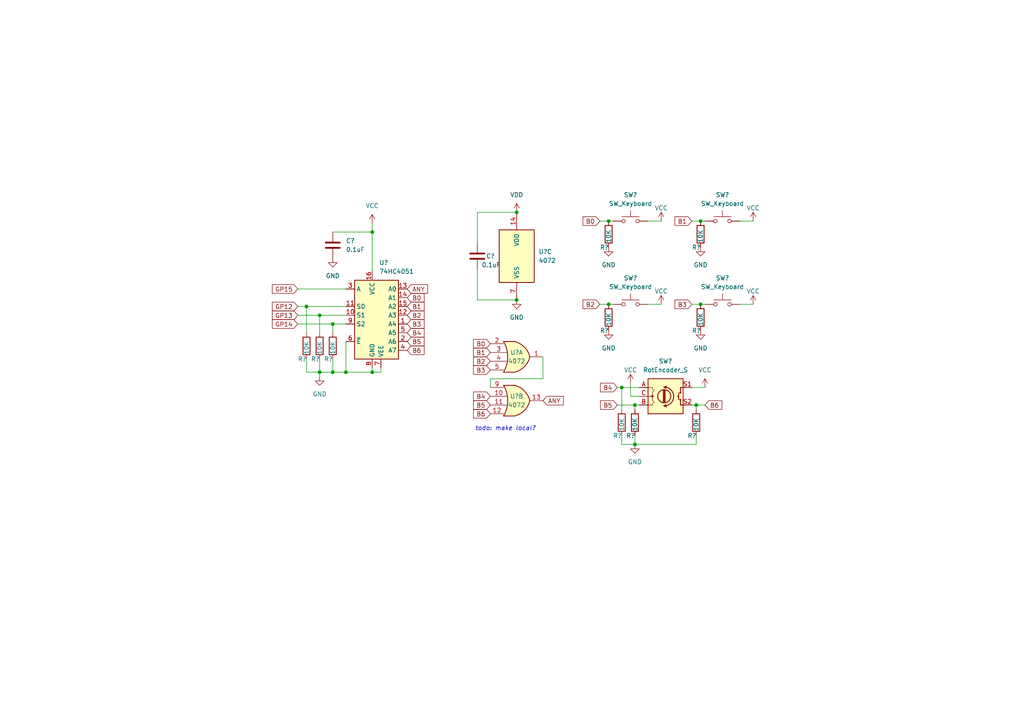
<source format=kicad_sch>
(kicad_sch (version 20211123) (generator eeschema)
  (paper "A4")
  (lib_symbols
    (symbol "4xxx:4072" (pin_names (offset 1.016))
      (property "Reference" "U" (at 0 1.27 0))
      (property "Value" "4072" (at 0 -1.27 0))
      (symbol "4072_1_1"
        (arc (start -3.81 -4.445) (mid -2.5908 0) (end -3.81 4.445) (stroke (width 0.254)))
        (arc (start -0.6096 -4.445) (mid 2.2246 -2.8422) (end 3.81 0) (stroke (width 0.254)) (fill (type background)))
        (polyline (pts (xy -3.81 -4.445) (xy -0.635 -4.445)) (stroke (width 0.254)) (fill (type background)))
        (polyline (pts (xy -3.81 4.445) (xy -0.635 4.445)) (stroke (width 0.254)) (fill (type background)))
        (polyline (pts (xy -0.635 4.445) (xy -3.81 4.445) (xy -3.81 4.445) (xy -3.6322 4.0894) (xy -3.0988 2.921) (xy -2.7686 1.6764) (xy -2.6162 0.4318) (xy -2.6416 -0.8636) (xy -2.8702 -2.1082) (xy -3.2512 -3.3274) (xy -3.81 -4.445) (xy -3.81 -4.445) (xy -0.635 -4.445)) (stroke (width -25.4)) (fill (type background)))
        (arc (start 3.81 0) (mid 2.2204 2.8379) (end -0.6096 4.445) (stroke (width 0.254)) (fill (type background)))
        (pin output line (at 7.62 0 180) (length 3.81) (name "~") (number "1"))
        (pin input line (at -7.62 3.81 0) (length 3.81) (name "~") (number "2"))
        (pin input line (at -7.62 1.27 0) (length 4.826) (name "~") (number "3"))
        (pin input line (at -7.62 -1.27 0) (length 4.826) (name "~") (number "4"))
        (pin input line (at -7.62 -3.81 0) (length 3.81) (name "~") (number "5"))
      )
      (symbol "4072_1_2"
        (arc (start -0.635 -4.445) (mid 3.81 0) (end -0.635 4.445) (stroke (width 0.254)) (fill (type background)))
        (polyline (pts (xy -0.635 4.445) (xy -3.81 4.445) (xy -3.81 -4.445) (xy -0.635 -4.445)) (stroke (width 0.254)) (fill (type background)))
        (pin output inverted (at 7.62 0 180) (length 3.81) (name "~") (number "1"))
        (pin input inverted (at -7.62 3.81 0) (length 3.81) (name "~") (number "2"))
        (pin input inverted (at -7.62 1.27 0) (length 3.81) (name "~") (number "3"))
        (pin input inverted (at -7.62 -1.27 0) (length 3.81) (name "~") (number "4"))
        (pin input inverted (at -7.62 -3.81 0) (length 3.81) (name "~") (number "5"))
      )
      (symbol "4072_2_1"
        (arc (start -3.81 -4.445) (mid -2.5908 0) (end -3.81 4.445) (stroke (width 0.254)))
        (arc (start -0.6096 -4.445) (mid 2.2246 -2.8422) (end 3.81 0) (stroke (width 0.254)) (fill (type background)))
        (polyline (pts (xy -3.81 -4.445) (xy -0.635 -4.445)) (stroke (width 0.254)) (fill (type background)))
        (polyline (pts (xy -3.81 4.445) (xy -0.635 4.445)) (stroke (width 0.254)) (fill (type background)))
        (polyline (pts (xy -0.635 4.445) (xy -3.81 4.445) (xy -3.81 4.445) (xy -3.6322 4.0894) (xy -3.0988 2.921) (xy -2.7686 1.6764) (xy -2.6162 0.4318) (xy -2.6416 -0.8636) (xy -2.8702 -2.1082) (xy -3.2512 -3.3274) (xy -3.81 -4.445) (xy -3.81 -4.445) (xy -0.635 -4.445)) (stroke (width -25.4)) (fill (type background)))
        (arc (start 3.81 0) (mid 2.2204 2.8379) (end -0.6096 4.445) (stroke (width 0.254)) (fill (type background)))
        (pin input line (at -7.62 1.27 0) (length 4.826) (name "~") (number "10"))
        (pin input line (at -7.62 -1.27 0) (length 4.826) (name "~") (number "11"))
        (pin input line (at -7.62 -3.81 0) (length 3.81) (name "~") (number "12"))
        (pin output line (at 7.62 0 180) (length 3.81) (name "~") (number "13"))
        (pin input line (at -7.62 3.81 0) (length 3.81) (name "~") (number "9"))
      )
      (symbol "4072_2_2"
        (arc (start -0.635 -4.445) (mid 3.81 0) (end -0.635 4.445) (stroke (width 0.254)) (fill (type background)))
        (polyline (pts (xy -0.635 4.445) (xy -3.81 4.445) (xy -3.81 -4.445) (xy -0.635 -4.445)) (stroke (width 0.254)) (fill (type background)))
        (pin input inverted (at -7.62 1.27 0) (length 3.81) (name "~") (number "10"))
        (pin input inverted (at -7.62 -1.27 0) (length 3.81) (name "~") (number "11"))
        (pin input inverted (at -7.62 -3.81 0) (length 3.81) (name "~") (number "12"))
        (pin output inverted (at 7.62 0 180) (length 3.81) (name "~") (number "13"))
        (pin input inverted (at -7.62 3.81 0) (length 3.81) (name "~") (number "9"))
      )
      (symbol "4072_3_0"
        (pin power_in line (at 0 12.7 270) (length 5.08) (name "VDD") (number "14"))
        (pin power_in line (at 0 -12.7 90) (length 5.08) (name "VSS") (number "7"))
      )
      (symbol "4072_3_1"
        (rectangle (start -5.08 7.62) (end 5.08 -7.62) (stroke (width 0.254)) (fill (type background)))
      )
    )
    (symbol "74xx:74HC4051"
      (property "Reference" "U" (at -5.08 11.43 0))
      (property "Value" "74HC4051" (at -7.62 -13.97 0))
      (symbol "74HC4051_0_1"
        (rectangle (start -5.08 10.16) (end 7.62 -12.7) (stroke (width 0.254)) (fill (type background)))
      )
      (symbol "74HC4051_1_1"
        (pin passive line (at 10.16 -2.54 180) (length 2.54) (name "A4") (number "1"))
        (pin input line (at -7.62 0 0) (length 2.54) (name "S1") (number "10"))
        (pin input line (at -7.62 2.54 0) (length 2.54) (name "S0") (number "11"))
        (pin passive line (at 10.16 0 180) (length 2.54) (name "A3") (number "12"))
        (pin passive line (at 10.16 7.62 180) (length 2.54) (name "A0") (number "13"))
        (pin passive line (at 10.16 5.08 180) (length 2.54) (name "A1") (number "14"))
        (pin passive line (at 10.16 2.54 180) (length 2.54) (name "A2") (number "15"))
        (pin power_in line (at 0 12.7 270) (length 2.54) (name "VCC") (number "16"))
        (pin passive line (at 10.16 -7.62 180) (length 2.54) (name "A6") (number "2"))
        (pin passive line (at -7.62 7.62 0) (length 2.54) (name "A") (number "3"))
        (pin passive line (at 10.16 -10.16 180) (length 2.54) (name "A7") (number "4"))
        (pin passive line (at 10.16 -5.08 180) (length 2.54) (name "A5") (number "5"))
        (pin input line (at -7.62 -7.62 0) (length 2.54) (name "~{E}") (number "6"))
        (pin power_in line (at 2.54 -15.24 90) (length 2.54) (name "VEE") (number "7"))
        (pin power_in line (at 0 -15.24 90) (length 2.54) (name "GND") (number "8"))
        (pin input line (at -7.62 -2.54 0) (length 2.54) (name "S2") (number "9"))
      )
    )
    (symbol "Device:C" (pin_numbers hide) (pin_names (offset 0.254))
      (property "Reference" "C" (at 0.635 2.54 0))
      (property "Value" "C" (at 0.635 -2.54 0))
      (symbol "C_0_1"
        (polyline (pts (xy -2.032 -0.762) (xy 2.032 -0.762)) (stroke (width 0.508)))
        (polyline (pts (xy -2.032 0.762) (xy 2.032 0.762)) (stroke (width 0.508)))
      )
      (symbol "C_1_1"
        (pin passive line (at 0 3.81 270) (length 2.794) (name "~") (number "1"))
        (pin passive line (at 0 -3.81 90) (length 2.794) (name "~") (number "2"))
      )
    )
    (symbol "Device:R" (pin_numbers hide) (pin_names (offset 0))
      (property "Reference" "R" (at 2.032 0 90))
      (property "Value" "R" (at 0 0 90))
      (symbol "R_0_1"
        (rectangle (start -1.016 -2.54) (end 1.016 2.54) (stroke (width 0.254)))
      )
      (symbol "R_1_1"
        (pin passive line (at 0 3.81 270) (length 1.27) (name "~") (number "1"))
        (pin passive line (at 0 -3.81 90) (length 1.27) (name "~") (number "2"))
      )
    )
    (symbol "Device:RotaryEncoder_Switch" (pin_names (offset 0.254) hide)
      (property "Reference" "SW" (at 0 6.604 0))
      (property "Value" "RotaryEncoder_Switch" (at 0 -6.604 0))
      (symbol "RotaryEncoder_Switch_0_1"
        (rectangle (start -5.08 5.08) (end 5.08 -5.08) (stroke (width 0.254)) (fill (type background)))
        (circle (center -3.81 0) (radius 0.254) (fill (type outline)))
        (arc (start -0.381 -2.794) (mid 2.3622 -0.0508) (end -0.381 2.667) (stroke (width 0.254)))
        (circle (center -0.381 0) (radius 1.905) (stroke (width 0.254)))
        (polyline (pts (xy -0.635 -1.778) (xy -0.635 1.778)) (stroke (width 0.254)))
        (polyline (pts (xy -0.381 -1.778) (xy -0.381 1.778)) (stroke (width 0.254)))
        (polyline (pts (xy -0.127 1.778) (xy -0.127 -1.778)) (stroke (width 0.254)))
        (polyline (pts (xy 3.81 0) (xy 3.429 0)) (stroke (width 0.254)))
        (polyline (pts (xy 3.81 1.016) (xy 3.81 -1.016)) (stroke (width 0.254)))
        (polyline (pts (xy -5.08 -2.54) (xy -3.81 -2.54) (xy -3.81 -2.032)))
        (polyline (pts (xy -5.08 2.54) (xy -3.81 2.54) (xy -3.81 2.032)))
        (polyline (pts (xy 0.254 -3.048) (xy -0.508 -2.794) (xy 0.127 -2.413)) (stroke (width 0.254)))
        (polyline (pts (xy 0.254 2.921) (xy -0.508 2.667) (xy 0.127 2.286)) (stroke (width 0.254)))
        (polyline (pts (xy 5.08 -2.54) (xy 4.318 -2.54) (xy 4.318 -1.016)) (stroke (width 0.254)))
        (polyline (pts (xy 5.08 2.54) (xy 4.318 2.54) (xy 4.318 1.016)) (stroke (width 0.254)))
        (polyline (pts (xy -5.08 0) (xy -3.81 0) (xy -3.81 -1.016) (xy -3.302 -2.032)))
        (polyline (pts (xy -4.318 0) (xy -3.81 0) (xy -3.81 1.016) (xy -3.302 2.032)))
        (circle (center 4.318 -1.016) (radius 0.127) (stroke (width 0.254)))
        (circle (center 4.318 1.016) (radius 0.127) (stroke (width 0.254)))
      )
      (symbol "RotaryEncoder_Switch_1_1"
        (pin passive line (at -7.62 2.54 0) (length 2.54) (name "A") (number "A"))
        (pin passive line (at -7.62 -2.54 0) (length 2.54) (name "B") (number "B"))
        (pin passive line (at -7.62 0 0) (length 2.54) (name "C") (number "C"))
        (pin passive line (at 7.62 2.54 180) (length 2.54) (name "S1") (number "S1"))
        (pin passive line (at 7.62 -2.54 180) (length 2.54) (name "S2") (number "S2"))
      )
    )
    (symbol "Switch:SW_Push" (pin_numbers hide) (pin_names (offset 1.016) hide)
      (property "Reference" "SW" (at 1.27 2.54 0))
      (property "Value" "SW_Push" (at 0 -1.524 0))
      (symbol "SW_Push_0_1"
        (circle (center -2.032 0) (radius 0.508))
        (polyline (pts (xy 0 1.27) (xy 0 3.048)))
        (polyline (pts (xy 2.54 1.27) (xy -2.54 1.27)))
        (circle (center 2.032 0) (radius 0.508))
        (pin passive line (at -5.08 0 0) (length 2.54) (name "1") (number "1"))
        (pin passive line (at 5.08 0 180) (length 2.54) (name "2") (number "2"))
      )
    )
    (symbol "power:GND" (power) (pin_names (offset 0))
      (property "Value" "GND" (at 0 -3.81 0))
      (symbol "GND_0_1"
        (polyline (pts (xy 0 0) (xy 0 -1.27) (xy 1.27 -1.27) (xy 0 -2.54) (xy -1.27 -1.27) (xy 0 -1.27)))
      )
      (symbol "GND_1_1"
        (pin power_in line (at 0 0 270) (length 0) hide (name "GND") (number "1"))
      )
    )
    (symbol "power:VCC" (power) (pin_names (offset 0))
      (property "Value" "VCC" (at 0 3.81 0))
      (symbol "VCC_0_1"
        (polyline (pts (xy -0.762 1.27) (xy 0 2.54)))
        (polyline (pts (xy 0 0) (xy 0 2.54)))
        (polyline (pts (xy 0 2.54) (xy 0.762 1.27)))
      )
      (symbol "VCC_1_1"
        (pin power_in line (at 0 0 90) (length 0) hide (name "VCC") (number "1"))
      )
    )
    (symbol "power:VDD" (power) (pin_names (offset 0))
      (property "Value" "VDD" (at 0 3.81 0))
      (symbol "VDD_0_1"
        (polyline (pts (xy -0.762 1.27) (xy 0 2.54)))
        (polyline (pts (xy 0 0) (xy 0 2.54)))
        (polyline (pts (xy 0 2.54) (xy 0.762 1.27)))
      )
      (symbol "VDD_1_1"
        (pin power_in line (at 0 0 90) (length 0) hide (name "VDD") (number "1"))
      )
    )
  )
  (junction (at 180.34 112.395))
  (junction (at 149.86 61.595))
  (junction (at 107.95 107.95))
  (junction (at 203.2 88.265))
  (junction (at 88.9 88.9))
  (junction (at 184.15 128.905))
  (junction (at 96.52 93.98))
  (junction (at 176.53 64.135))
  (junction (at 100.33 107.95))
  (junction (at 96.52 107.95))
  (junction (at 92.71 107.95))
  (junction (at 149.86 86.995))
  (junction (at 203.2 64.135))
  (junction (at 107.95 67.31))
  (junction (at 176.53 88.265))
  (junction (at 92.71 91.44))
  (junction (at 184.15 117.475))
  (junction (at 201.93 117.475))
  (wire (pts (xy 86.36 83.82) (xy 100.33 83.82)))
  (wire (pts (xy 96.52 93.98) (xy 100.33 93.98)))
  (wire (pts (xy 187.96 64.135) (xy 191.77 64.135)))
  (wire (pts (xy 138.43 70.485) (xy 138.43 61.595)))
  (wire (pts (xy 100.33 107.95) (xy 96.52 107.95)))
  (wire (pts (xy 96.52 104.14) (xy 96.52 107.95)))
  (wire (pts (xy 184.15 117.475) (xy 184.15 118.745)))
  (wire (pts (xy 176.53 88.265) (xy 177.8 88.265)))
  (wire (pts (xy 157.48 103.505) (xy 157.48 109.855)))
  (wire (pts (xy 182.88 111.125) (xy 182.88 114.935)))
  (wire (pts (xy 142.24 109.855) (xy 142.24 112.395)))
  (wire (pts (xy 203.2 64.135) (xy 204.47 64.135)))
  (wire (pts (xy 180.34 112.395) (xy 185.42 112.395)))
  (wire (pts (xy 107.95 67.31) (xy 107.95 78.74)))
  (wire (pts (xy 96.52 93.98) (xy 96.52 96.52)))
  (wire (pts (xy 184.15 126.365) (xy 184.15 128.905)))
  (wire (pts (xy 92.71 91.44) (xy 92.71 96.52)))
  (wire (pts (xy 88.9 104.14) (xy 88.9 107.95)))
  (wire (pts (xy 157.48 109.855) (xy 142.24 109.855)))
  (wire (pts (xy 92.71 107.95) (xy 92.71 109.22)))
  (wire (pts (xy 88.9 88.9) (xy 100.33 88.9)))
  (wire (pts (xy 138.43 86.995) (xy 149.86 86.995)))
  (wire (pts (xy 100.33 99.06) (xy 100.33 107.95)))
  (wire (pts (xy 203.2 88.265) (xy 204.47 88.265)))
  (wire (pts (xy 200.66 64.135) (xy 203.2 64.135)))
  (wire (pts (xy 201.93 117.475) (xy 200.66 117.475)))
  (wire (pts (xy 88.9 88.9) (xy 88.9 96.52)))
  (wire (pts (xy 201.93 118.745) (xy 201.93 117.475)))
  (wire (pts (xy 180.34 126.365) (xy 180.34 128.905)))
  (wire (pts (xy 86.36 91.44) (xy 92.71 91.44)))
  (wire (pts (xy 200.66 88.265) (xy 203.2 88.265)))
  (wire (pts (xy 107.95 64.77) (xy 107.95 67.31)))
  (wire (pts (xy 86.36 88.9) (xy 88.9 88.9)))
  (wire (pts (xy 110.49 107.95) (xy 110.49 106.68)))
  (wire (pts (xy 92.71 104.14) (xy 92.71 107.95)))
  (wire (pts (xy 187.96 88.265) (xy 191.77 88.265)))
  (wire (pts (xy 138.43 78.105) (xy 138.43 86.995)))
  (wire (pts (xy 184.15 117.475) (xy 185.42 117.475)))
  (wire (pts (xy 201.93 126.365) (xy 201.93 128.905)))
  (wire (pts (xy 179.07 112.395) (xy 180.34 112.395)))
  (wire (pts (xy 92.71 91.44) (xy 100.33 91.44)))
  (wire (pts (xy 201.93 117.475) (xy 204.47 117.475)))
  (wire (pts (xy 176.53 64.135) (xy 177.8 64.135)))
  (wire (pts (xy 200.66 112.395) (xy 204.47 112.395)))
  (wire (pts (xy 100.33 107.95) (xy 107.95 107.95)))
  (wire (pts (xy 107.95 107.95) (xy 107.95 106.68)))
  (wire (pts (xy 173.99 64.135) (xy 176.53 64.135)))
  (wire (pts (xy 96.52 67.31) (xy 107.95 67.31)))
  (wire (pts (xy 180.34 112.395) (xy 180.34 118.745)))
  (wire (pts (xy 92.71 107.95) (xy 96.52 107.95)))
  (wire (pts (xy 179.07 117.475) (xy 184.15 117.475)))
  (wire (pts (xy 180.34 128.905) (xy 184.15 128.905)))
  (wire (pts (xy 214.63 88.265) (xy 218.44 88.265)))
  (wire (pts (xy 107.95 107.95) (xy 110.49 107.95)))
  (wire (pts (xy 138.43 61.595) (xy 149.86 61.595)))
  (wire (pts (xy 185.42 114.935) (xy 182.88 114.935)))
  (wire (pts (xy 88.9 107.95) (xy 92.71 107.95)))
  (wire (pts (xy 184.15 128.905) (xy 201.93 128.905)))
  (wire (pts (xy 214.63 64.135) (xy 218.44 64.135)))
  (wire (pts (xy 86.36 93.98) (xy 96.52 93.98)))
  (wire (pts (xy 173.99 88.265) (xy 176.53 88.265)))
  (text "todo: make local?\n" (at 137.795 125.095 0) (effects (font (size 1.27 1.27) italic) (justify left bottom)))
  (global_label "B2" (shape input) (at 173.99 88.265 180) (property "Intersheet References" "${INTERSHEET_REFS}" (effects hide)))
  (global_label "B5" (shape input) (at 179.07 117.475 180) (property "Intersheet References" "${INTERSHEET_REFS}" (effects hide)))
  (global_label "B4" (shape input) (at 118.11 96.52 0) (property "Intersheet References" "${INTERSHEET_REFS}" (effects hide)))
  (global_label "B6" (shape input) (at 204.47 117.475 0) (property "Intersheet References" "${INTERSHEET_REFS}" (effects hide)))
  (global_label "GP12" (shape input) (at 86.36 88.9 180) (property "Intersheet References" "${INTERSHEET_REFS}" (effects hide)))
  (global_label "B0" (shape input) (at 173.99 64.135 180) (property "Intersheet References" "${INTERSHEET_REFS}" (effects hide)))
  (global_label "B3" (shape input) (at 142.24 107.315 180) (property "Intersheet References" "${INTERSHEET_REFS}" (effects hide)))
  (global_label "GP15" (shape input) (at 86.36 83.82 180) (property "Intersheet References" "${INTERSHEET_REFS}" (effects hide)))
  (global_label "B6" (shape input) (at 142.24 120.015 180) (property "Intersheet References" "${INTERSHEET_REFS}" (effects hide)))
  (global_label "B6" (shape input) (at 118.11 101.6 0) (property "Intersheet References" "${INTERSHEET_REFS}" (effects hide)))
  (global_label "GP14" (shape input) (at 86.36 93.98 180) (property "Intersheet References" "${INTERSHEET_REFS}" (effects hide)))
  (global_label "B3" (shape input) (at 118.11 93.98 0) (property "Intersheet References" "${INTERSHEET_REFS}" (effects hide)))
  (global_label "B1" (shape input) (at 142.24 102.235 180) (property "Intersheet References" "${INTERSHEET_REFS}" (effects hide)))
  (global_label "B5" (shape input) (at 118.11 99.06 0) (property "Intersheet References" "${INTERSHEET_REFS}" (effects hide)))
  (global_label "B5" (shape input) (at 142.24 117.475 180) (property "Intersheet References" "${INTERSHEET_REFS}" (effects hide)))
  (global_label "ANY" (shape input) (at 118.11 83.82 0) (property "Intersheet References" "${INTERSHEET_REFS}" (effects hide)))
  (global_label "B2" (shape input) (at 118.11 91.44 0) (property "Intersheet References" "${INTERSHEET_REFS}" (effects hide)))
  (global_label "B4" (shape input) (at 179.07 112.395 180) (property "Intersheet References" "${INTERSHEET_REFS}" (effects hide)))
  (global_label "B4" (shape input) (at 142.24 114.935 180) (property "Intersheet References" "${INTERSHEET_REFS}" (effects hide)))
  (global_label "B0" (shape input) (at 142.24 99.695 180) (property "Intersheet References" "${INTERSHEET_REFS}" (effects hide)))
  (global_label "ANY" (shape input) (at 157.48 116.205 0) (property "Intersheet References" "${INTERSHEET_REFS}" (effects hide)))
  (global_label "B1" (shape input) (at 200.66 64.135 180) (property "Intersheet References" "${INTERSHEET_REFS}" (effects hide)))
  (global_label "B0" (shape input) (at 118.11 86.36 0) (property "Intersheet References" "${INTERSHEET_REFS}" (effects hide)))
  (global_label "B2" (shape input) (at 142.24 104.775 180) (property "Intersheet References" "${INTERSHEET_REFS}" (effects hide)))
  (global_label "B3" (shape input) (at 200.66 88.265 180) (property "Intersheet References" "${INTERSHEET_REFS}" (effects hide)))
  (global_label "GP13" (shape input) (at 86.36 91.44 180) (property "Intersheet References" "${INTERSHEET_REFS}" (effects hide)))
  (global_label "B1" (shape input) (at 118.11 88.9 0) (property "Intersheet References" "${INTERSHEET_REFS}" (effects hide)))
  (symbol (lib_id "power:VCC") (at 182.88 111.125 0) (unit 1)
    (property "Reference" "#PWR?" (effects hide))
    (property "Value" "VCC" (at 182.88 107.315 0))
  )
  (symbol (lib_id "power:VCC") (at 218.44 88.265 0) (unit 1)
    (property "Reference" "#PWR?" (effects hide))
    (property "Value" "VCC" (at 218.44 84.455 0))
  )
  (symbol (lib_id "74xx:74HC4051") (at 107.95 91.44 0) (unit 1)
    (property "Reference" "U?" (at 109.9694 76.2 0) (effects (justify left)))
    (property "Value" "74HC4051" (at 109.9694 78.74 0) (effects (justify left)))
    (property "Datasheet" "http://www.ti.com/lit/ds/symlink/cd74hc4051.pdf" (effects hide))
  )
  (symbol (lib_id "Device:R") (at 92.71 100.33 0) (unit 1)
    (property "Reference" "R?" (at 90.17 104.14 0) (effects (justify left)))
    (property "Value" "10K" (at 92.71 102.87 90) (effects (justify left)))
  )
  (symbol (lib_id "power:VCC") (at 107.95 64.77 0) (unit 1)
    (property "Reference" "#PWR?" (effects hide))
    (property "Value" "VCC" (at 107.95 59.69 0))
  )
  (symbol (lib_id "power:GND") (at 203.2 71.755 0) (unit 1)
    (property "Reference" "#PWR?" (effects hide))
    (property "Value" "GND" (at 203.2 76.835 0))
  )
  (symbol (lib_id "Device:R") (at 180.34 122.555 0) (unit 1)
    (property "Reference" "R?" (at 177.8 126.365 0) (effects (justify left)))
    (property "Value" "10K" (at 180.34 125.095 90) (effects (justify left)))
  )
  (symbol (lib_id "Device:C") (at 96.52 71.12 0) (unit 1)
    (property "Reference" "C?" (at 100.33 69.8499 0) (effects (justify left)))
    (property "Value" "0.1uF" (at 100.33 72.3899 0) (effects (justify left)))
  )
  (symbol (lib_id "Device:RotaryEncoder_Switch") (at 193.04 114.935 0) (unit 1)
    (property "Reference" "SW?" (at 193.04 104.775 0))
    (property "Value" "RotEncoder_S" (at 193.04 107.315 0))
  )
  (symbol (lib_id "Switch:SW_Push") (at 209.55 88.265 0) (unit 1)
    (property "Reference" "SW?" (at 209.55 80.645 0))
    (property "Value" "SW_Keyboard" (at 209.55 83.185 0))
  )
  (symbol (lib_id "power:VCC") (at 218.44 64.135 0) (unit 1)
    (property "Reference" "#PWR?" (effects hide))
    (property "Value" "VCC" (at 218.44 60.325 0))
  )
  (symbol (lib_id "Device:C") (at 138.43 74.295 0) (unit 1)
    (property "Reference" "C?" (at 140.97 74.295 0) (effects (justify left)))
    (property "Value" "0.1uF" (at 139.7 76.835 0) (effects (justify left)))
  )
  (symbol (lib_id "Device:R") (at 96.52 100.33 0) (unit 1)
    (property "Reference" "R?" (at 93.98 104.14 0) (effects (justify left)))
    (property "Value" "10K" (at 96.52 102.87 90) (effects (justify left)))
  )
  (symbol (lib_id "power:GND") (at 92.71 109.22 0) (unit 1)
    (property "Reference" "#PWR?" (effects hide))
    (property "Value" "GND" (at 92.71 114.3 0))
  )
  (symbol (lib_id "Device:R") (at 184.15 122.555 0) (unit 1)
    (property "Reference" "R?" (at 181.61 126.365 0) (effects (justify left)))
    (property "Value" "10K" (at 184.15 125.095 90) (effects (justify left)))
  )
  (symbol (lib_id "power:VCC") (at 204.47 112.395 0) (unit 1)
    (property "Reference" "#PWR?" (effects hide))
    (property "Value" "VCC" (at 204.47 107.315 0))
  )
  (symbol (lib_id "Device:R") (at 201.93 122.555 0) (unit 1)
    (property "Reference" "R?" (at 199.39 126.365 0) (effects (justify left)))
    (property "Value" "10K" (at 201.93 125.095 90) (effects (justify left)))
  )
  (symbol (lib_id "power:GND") (at 176.53 95.885 0) (unit 1)
    (property "Reference" "#PWR?" (effects hide))
    (property "Value" "GND" (at 176.53 100.965 0))
  )
  (symbol (lib_id "Device:R") (at 203.2 92.075 0) (unit 1)
    (property "Reference" "R?" (at 200.66 95.885 0) (effects (justify left)))
    (property "Value" "10K" (at 203.2 94.615 90) (effects (justify left)))
  )
  (symbol (lib_id "Device:R") (at 203.2 67.945 0) (unit 1)
    (property "Reference" "R?" (at 200.66 71.755 0) (effects (justify left)))
    (property "Value" "10K" (at 203.2 70.485 90) (effects (justify left)))
  )
  (symbol (lib_id "power:GND") (at 149.86 86.995 0) (unit 1)
    (property "Reference" "#PWR?" (effects hide))
    (property "Value" "GND" (at 149.86 92.075 0))
  )
  (symbol (lib_id "4xxx:4072") (at 149.86 116.205 0) (unit 2)
    (property "Reference" "U?" (at 149.86 114.935 0))
    (property "Value" "4072" (at 149.86 117.475 0))
    (property "Datasheet" "http://www.intersil.com/content/dam/Intersil/documents/cd40/cd4071bms-72bms-75bms.pdf" (effects hide))
  )
  (symbol (lib_id "Device:R") (at 88.9 100.33 0) (unit 1)
    (property "Reference" "R?" (at 86.36 104.14 0) (effects (justify left)))
    (property "Value" "10K" (at 88.9 102.87 90) (effects (justify left)))
  )
  (symbol (lib_id "power:GND") (at 203.2 95.885 0) (unit 1)
    (property "Reference" "#PWR?" (effects hide))
    (property "Value" "GND" (at 203.2 100.965 0))
  )
  (symbol (lib_id "power:VCC") (at 191.77 88.265 0) (unit 1)
    (property "Reference" "#PWR?" (effects hide))
    (property "Value" "VCC" (at 191.77 84.455 0))
  )
  (symbol (lib_id "power:GND") (at 184.15 128.905 0) (unit 1)
    (property "Reference" "#PWR?" (effects hide))
    (property "Value" "GND" (at 184.15 133.985 0))
  )
  (symbol (lib_id "power:GND") (at 176.53 71.755 0) (unit 1)
    (property "Reference" "#PWR?" (effects hide))
    (property "Value" "GND" (at 176.53 76.835 0))
  )
  (symbol (lib_id "power:GND") (at 96.52 74.93 0) (unit 1)
    (property "Reference" "#PWR?" (effects hide))
    (property "Value" "GND" (at 96.52 80.01 0))
  )
  (symbol (lib_id "power:VDD") (at 149.86 61.595 0) (unit 1)
    (property "Reference" "#PWR?" (effects hide))
    (property "Value" "VDD" (at 149.86 56.515 0))
  )
  (symbol (lib_id "Device:R") (at 176.53 92.075 0) (unit 1)
    (property "Reference" "R?" (at 173.99 95.885 0) (effects (justify left)))
    (property "Value" "10K" (at 176.53 94.615 90) (effects (justify left)))
  )
  (symbol (lib_id "power:VCC") (at 191.77 64.135 0) (unit 1)
    (property "Reference" "#PWR?" (effects hide))
    (property "Value" "VCC" (at 191.77 60.325 0))
  )
  (symbol (lib_id "Switch:SW_Push") (at 182.88 64.135 0) (unit 1)
    (property "Reference" "SW?" (at 182.88 56.515 0))
    (property "Value" "SW_Keyboard" (at 182.88 59.055 0))
  )
  (symbol (lib_id "4xxx:4072") (at 149.86 103.505 0) (unit 1)
    (property "Reference" "U?" (at 149.86 102.235 0))
    (property "Value" "4072" (at 149.86 104.775 0))
    (property "Datasheet" "http://www.intersil.com/content/dam/Intersil/documents/cd40/cd4071bms-72bms-75bms.pdf" (effects hide))
  )
  (symbol (lib_id "Device:R") (at 176.53 67.945 0) (unit 1)
    (property "Reference" "R?" (at 173.99 71.755 0) (effects (justify left)))
    (property "Value" "10K" (at 176.53 70.485 90) (effects (justify left)))
  )
  (symbol (lib_id "Switch:SW_Push") (at 209.55 64.135 0) (unit 1)
    (property "Reference" "SW?" (at 209.55 56.515 0))
    (property "Value" "SW_Keyboard" (at 209.55 59.055 0))
  )
  (symbol (lib_id "4xxx:4072") (at 149.86 74.295 0) (unit 3)
    (property "Reference" "U?" (at 156.21 73.0249 0) (effects (justify left)))
    (property "Value" "4072" (at 156.21 75.5649 0) (effects (justify left)))
    (property "Datasheet" "http://www.intersil.com/content/dam/Intersil/documents/cd40/cd4071bms-72bms-75bms.pdf" (effects hide))
  )
  (symbol (lib_id "Switch:SW_Push") (at 182.88 88.265 0) (unit 1)
    (property "Reference" "SW?" (at 182.88 80.645 0))
    (property "Value" "SW_Keyboard" (at 182.88 83.185 0))
  )
)
</source>
